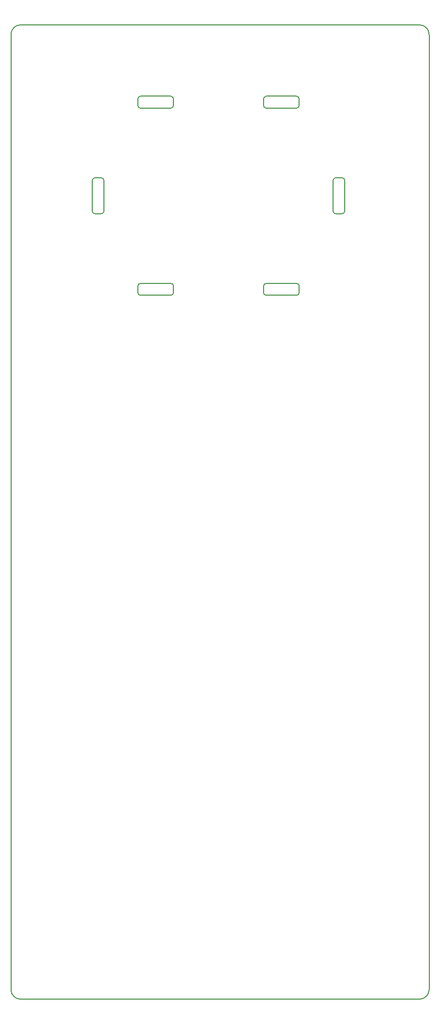
<source format=gbr>
%TF.GenerationSoftware,KiCad,Pcbnew,5.1.9-73d0e3b20d~88~ubuntu20.04.1*%
%TF.CreationDate,2021-04-18T23:10:18-05:00*%
%TF.ProjectId,COTS,434f5453-2e6b-4696-9361-645f70636258,rev?*%
%TF.SameCoordinates,Original*%
%TF.FileFunction,Profile,NP*%
%FSLAX46Y46*%
G04 Gerber Fmt 4.6, Leading zero omitted, Abs format (unit mm)*
G04 Created by KiCad (PCBNEW 5.1.9-73d0e3b20d~88~ubuntu20.04.1) date 2021-04-18 23:10:18*
%MOMM*%
%LPD*%
G01*
G04 APERTURE LIST*
%TA.AperFunction,Profile*%
%ADD10C,0.200000*%
%TD*%
%TA.AperFunction,Profile*%
%ADD11C,0.150000*%
%TD*%
G04 APERTURE END LIST*
D10*
X179959750Y-69980000D02*
X179959750Y-64980000D01*
X178459750Y-70480000D02*
G75*
G02*
X177959750Y-69980000I0J500000D01*
G01*
X177959750Y-64980000D02*
X177959750Y-69980000D01*
X191570000Y-83580000D02*
X191570000Y-82580000D01*
X206570000Y-82580000D02*
X206570000Y-83580000D01*
X206570000Y-52380000D02*
X206570000Y-51380000D01*
X185570000Y-52380000D02*
X185570000Y-51380000D01*
X212570000Y-83580000D02*
X212570000Y-82580000D01*
X206570000Y-82580000D02*
G75*
G02*
X207070000Y-82080000I500000J0D01*
G01*
X179459750Y-64480000D02*
X178459750Y-64480000D01*
X178459750Y-70480000D02*
X179459750Y-70480000D01*
X186070000Y-84080000D02*
X191070000Y-84080000D01*
X191570000Y-51380000D02*
X191570000Y-52380000D01*
X212070000Y-82080000D02*
X207070000Y-82080000D01*
X177959750Y-64980000D02*
G75*
G02*
X178459750Y-64480000I500000J0D01*
G01*
X207070000Y-50880000D02*
X212070000Y-50880000D01*
X191070000Y-50880000D02*
G75*
G02*
X191570000Y-51380000I0J-500000D01*
G01*
X218180250Y-64980000D02*
X218180250Y-69980000D01*
X212070000Y-50880000D02*
G75*
G02*
X212570000Y-51380000I0J-500000D01*
G01*
X185570000Y-82580000D02*
X185570000Y-83580000D01*
X186070000Y-50880000D02*
X191070000Y-50880000D01*
X207070000Y-84080000D02*
X212070000Y-84080000D01*
X212070000Y-52880000D02*
X207070000Y-52880000D01*
X191070000Y-82080000D02*
X186070000Y-82080000D01*
X219680250Y-64480000D02*
X218680250Y-64480000D01*
X212570000Y-51380000D02*
X212570000Y-52380000D01*
X220180250Y-69980000D02*
X220180250Y-64980000D01*
X191070000Y-82080000D02*
G75*
G02*
X191570000Y-82580000I0J-500000D01*
G01*
X218680250Y-70480000D02*
X219680250Y-70480000D01*
X191070000Y-52880000D02*
X186070000Y-52880000D01*
X185570000Y-82580000D02*
G75*
G02*
X186070000Y-82080000I500000J0D01*
G01*
X179459750Y-64480000D02*
G75*
G02*
X179959750Y-64980000I0J-500000D01*
G01*
X219680250Y-64480000D02*
G75*
G02*
X220180250Y-64980000I0J-500000D01*
G01*
X207070000Y-52880000D02*
G75*
G02*
X206570000Y-52380000I0J500000D01*
G01*
X212070000Y-82080000D02*
G75*
G02*
X212570000Y-82580000I0J-500000D01*
G01*
X191570000Y-83580000D02*
G75*
G02*
X191070000Y-84080000I-500000J0D01*
G01*
X218680250Y-70480000D02*
G75*
G02*
X218180250Y-69980000I0J500000D01*
G01*
X186070000Y-52880000D02*
G75*
G02*
X185570000Y-52380000I0J500000D01*
G01*
X206570000Y-51380000D02*
G75*
G02*
X207070000Y-50880000I500000J0D01*
G01*
X185570000Y-51380000D02*
G75*
G02*
X186070000Y-50880000I500000J0D01*
G01*
X191570000Y-52380000D02*
G75*
G02*
X191070000Y-52880000I-500000J0D01*
G01*
X220180250Y-69980000D02*
G75*
G02*
X219680250Y-70480000I-500000J0D01*
G01*
X212570000Y-52380000D02*
G75*
G02*
X212070000Y-52880000I-500000J0D01*
G01*
X218180250Y-64980000D02*
G75*
G02*
X218680250Y-64480000I500000J0D01*
G01*
X207070000Y-84080000D02*
G75*
G02*
X206570000Y-83580000I0J500000D01*
G01*
X186070000Y-84080000D02*
G75*
G02*
X185570000Y-83580000I0J500000D01*
G01*
X212570000Y-83580000D02*
G75*
G02*
X212070000Y-84080000I-500000J0D01*
G01*
X179959750Y-69980000D02*
G75*
G02*
X179459750Y-70480000I-500000J0D01*
G01*
D11*
X234250000Y-40600000D02*
X234250000Y-199800000D01*
X164400000Y-40600000D02*
G75*
G02*
X166000000Y-39000000I1600000J0D01*
G01*
X232650000Y-201400000D02*
X166000000Y-201400000D01*
X166000000Y-39000000D02*
X232650000Y-39000000D01*
X234250001Y-199800000D02*
G75*
G02*
X232650000Y-201400001I-1600001J0D01*
G01*
X166000000Y-201400000D02*
G75*
G02*
X164400000Y-199800000I0J1600000D01*
G01*
X164400000Y-199800000D02*
X164400000Y-40600000D01*
X232650000Y-39000000D02*
G75*
G02*
X234250000Y-40600000I0J-1600000D01*
G01*
M02*

</source>
